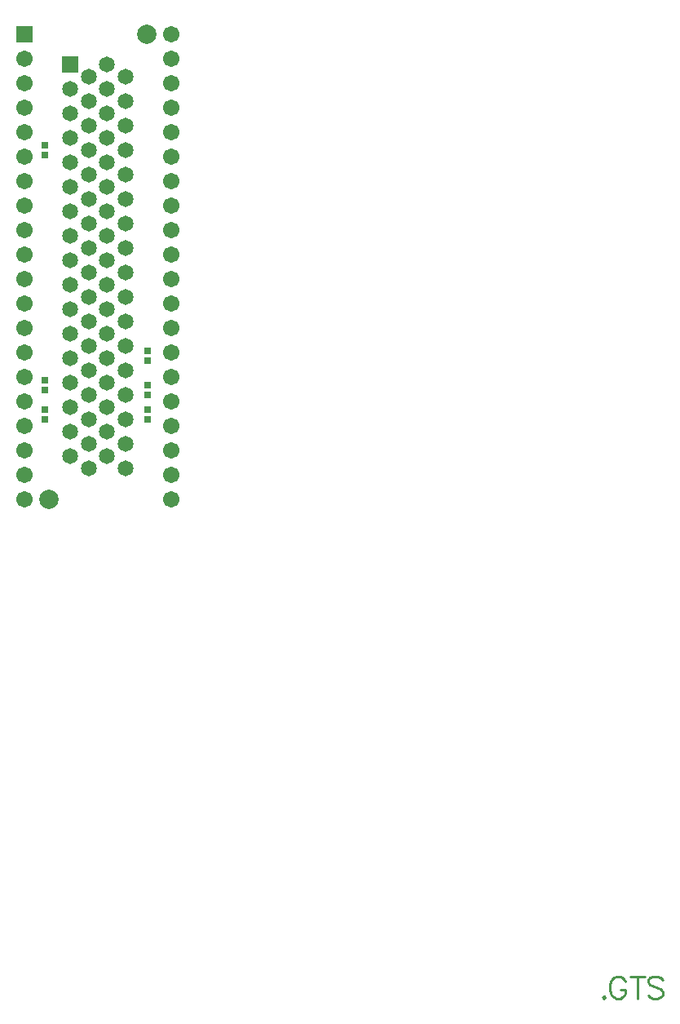
<source format=gts>
%FSLAX44Y44*%
%MOMM*%
G71*
G01*
G75*
%ADD10C,0.2000*%
%ADD11R,0.6000X0.5000*%
%ADD12C,1.0000*%
%ADD13C,0.6000*%
%ADD14C,0.3300*%
%ADD15C,0.4000*%
%ADD16C,0.3000*%
%ADD17C,0.7000*%
%ADD18C,0.5000*%
%ADD19C,0.2540*%
%ADD20C,0.2286*%
%ADD21C,1.5000*%
%ADD22R,1.5000X1.5000*%
%ADD23C,1.4500*%
%ADD24R,1.4500X1.4500*%
%ADD25C,0.1500*%
%ADD26C,0.1270*%
%ADD27C,0.3500*%
%ADD28R,0.8032X0.7032*%
%ADD29C,2.0000*%
%ADD30C,1.7032*%
%ADD31R,1.7032X1.7032*%
%ADD32C,1.6532*%
%ADD33R,1.6532X1.6532*%
D20*
X2872684Y1389144D02*
X2871596Y1388055D01*
X2872684Y1386967D01*
X2873772Y1388055D01*
X2872684Y1389144D01*
X2895104Y1404380D02*
X2894016Y1406557D01*
X2891839Y1408734D01*
X2889662Y1409822D01*
X2885309D01*
X2883132Y1408734D01*
X2880956Y1406557D01*
X2879867Y1404380D01*
X2878779Y1401115D01*
Y1395674D01*
X2879867Y1392409D01*
X2880956Y1390232D01*
X2883132Y1388055D01*
X2885309Y1386967D01*
X2889662D01*
X2891839Y1388055D01*
X2894016Y1390232D01*
X2895104Y1392409D01*
Y1395674D01*
X2889662D02*
X2895104D01*
X2907946Y1409822D02*
Y1386967D01*
X2900328Y1409822D02*
X2915565D01*
X2933522Y1406557D02*
X2931346Y1408734D01*
X2928080Y1409822D01*
X2923727D01*
X2920462Y1408734D01*
X2918286Y1406557D01*
Y1404380D01*
X2919374Y1402204D01*
X2920462Y1401115D01*
X2922639Y1400027D01*
X2929169Y1397850D01*
X2931346Y1396762D01*
X2932434Y1395674D01*
X2933522Y1393497D01*
Y1390232D01*
X2931346Y1388055D01*
X2928080Y1386967D01*
X2923727D01*
X2920462Y1388055D01*
X2918286Y1390232D01*
D28*
X2292476Y1997677D02*
D03*
Y1987677D02*
D03*
Y2028157D02*
D03*
Y2018157D02*
D03*
Y2261997D02*
D03*
Y2271997D02*
D03*
X2399156Y2048637D02*
D03*
Y2058637D02*
D03*
Y2023077D02*
D03*
Y2013077D02*
D03*
Y1997677D02*
D03*
Y1987677D02*
D03*
D29*
X2296286Y1905127D02*
D03*
X2397886Y2387727D02*
D03*
D30*
X2270886Y2260727D02*
D03*
X2423286Y2006727D02*
D03*
X2270886Y1981327D02*
D03*
Y2006727D02*
D03*
Y2362327D02*
D03*
Y2336927D02*
D03*
Y2311527D02*
D03*
Y2286127D02*
D03*
X2423286D02*
D03*
Y2260727D02*
D03*
X2270886Y2235327D02*
D03*
X2423286D02*
D03*
X2270886Y2209927D02*
D03*
X2423286D02*
D03*
X2270886Y2184527D02*
D03*
X2423286D02*
D03*
X2270886Y2159127D02*
D03*
X2423286D02*
D03*
Y2133727D02*
D03*
X2270886Y2108327D02*
D03*
X2423286Y2082927D02*
D03*
Y2057527D02*
D03*
X2270886Y2082927D02*
D03*
X2423286Y2032127D02*
D03*
X2270886Y2057527D02*
D03*
X2423286Y1930527D02*
D03*
X2270886Y2032127D02*
D03*
X2423286Y1905127D02*
D03*
X2270886D02*
D03*
Y1930527D02*
D03*
X2423286Y2108327D02*
D03*
X2270886Y2133727D02*
D03*
Y1955927D02*
D03*
X2423286D02*
D03*
Y1981327D02*
D03*
Y2362327D02*
D03*
Y2336927D02*
D03*
Y2387727D02*
D03*
Y2311527D02*
D03*
D31*
X2270886Y2387727D02*
D03*
D32*
X2337561Y2343617D02*
D03*
X2318511Y2330917D02*
D03*
X2375661Y2343617D02*
D03*
X2356611Y2330917D02*
D03*
X2337561Y2318217D02*
D03*
X2318511Y2305517D02*
D03*
X2375661Y2318217D02*
D03*
X2356611Y2305517D02*
D03*
X2337561Y2292817D02*
D03*
X2318511Y2280117D02*
D03*
X2375661Y2292817D02*
D03*
X2356611Y2280117D02*
D03*
X2337561Y2267417D02*
D03*
X2318511Y2254717D02*
D03*
X2375661Y2267417D02*
D03*
X2356611Y2254717D02*
D03*
X2337561Y2242017D02*
D03*
X2318511Y2229317D02*
D03*
X2375661Y2242017D02*
D03*
X2356611Y2229317D02*
D03*
X2337561Y2216617D02*
D03*
X2318511Y2203917D02*
D03*
X2375661Y2216617D02*
D03*
X2356611Y2203917D02*
D03*
X2337561Y2191217D02*
D03*
X2318511Y2178517D02*
D03*
X2375661Y2191217D02*
D03*
X2356611Y2178517D02*
D03*
X2337561Y2165817D02*
D03*
X2318511Y2153117D02*
D03*
X2375661Y2165817D02*
D03*
X2356611Y2153117D02*
D03*
X2337561Y2140417D02*
D03*
X2318511Y2127717D02*
D03*
X2375661Y2140417D02*
D03*
X2356611Y2127717D02*
D03*
X2337561Y2115017D02*
D03*
X2318511Y2102317D02*
D03*
X2375661Y2115017D02*
D03*
X2356611Y2102317D02*
D03*
X2337561Y2089617D02*
D03*
X2318511Y2076917D02*
D03*
X2375661Y2089617D02*
D03*
X2356611Y2076917D02*
D03*
X2318511Y2051517D02*
D03*
X2375661Y2064217D02*
D03*
X2356611Y2051517D02*
D03*
X2337561Y2038817D02*
D03*
X2318511Y2026117D02*
D03*
X2375661Y2038817D02*
D03*
X2356611Y2026117D02*
D03*
X2337561Y2013417D02*
D03*
X2318511Y2000717D02*
D03*
X2375661Y2013417D02*
D03*
X2356611Y2000717D02*
D03*
X2337561Y1988017D02*
D03*
X2318511Y1975317D02*
D03*
X2356611D02*
D03*
X2337561Y1962617D02*
D03*
X2318511Y1949917D02*
D03*
X2375661Y1962617D02*
D03*
X2356611Y1949917D02*
D03*
X2337561Y1937217D02*
D03*
X2375661D02*
D03*
X2356611Y2356317D02*
D03*
X2337561Y2064217D02*
D03*
X2375661Y1988017D02*
D03*
D33*
X2318511Y2356317D02*
D03*
M02*

</source>
